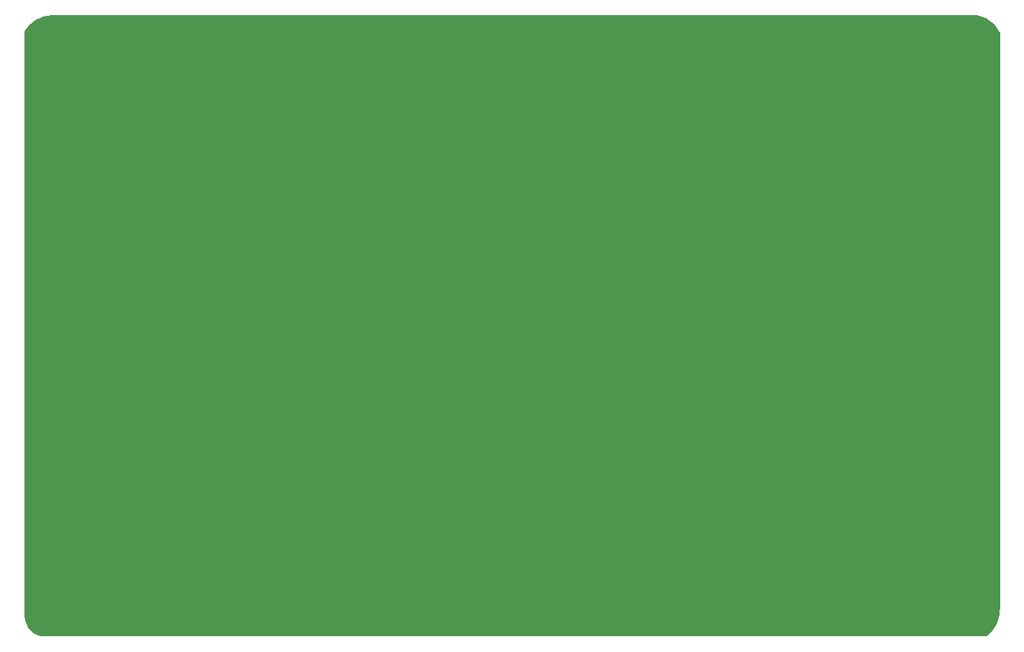
<source format=gbr>
G04 DipTrace 4.0.0.5*
G04 Board.gbr*
%MOMM*%
G04 #@! TF.FileFunction,Drawing,Board polygon*
G04 #@! TF.Part,Single*
%FSLAX35Y35*%
G04*
G71*
G90*
G75*
G01*
G04 BoardPoly*
%LPD*%
G36*
X-7651750Y-1301750D2*
G02X-7334250Y-1111250I338418J-204196D01*
G01*
X3444873D1*
G02X3825873Y-1317627I53255J-356562D01*
G01*
Y-8112127D1*
G02X3667127Y-8429627I-388935J-3972D01*
G01*
X-7461247Y-8429620D1*
G02X-7651747Y-8159747I68091J250237D01*
G01*
X-7651750Y-1301750D1*
G37*
M02*

</source>
